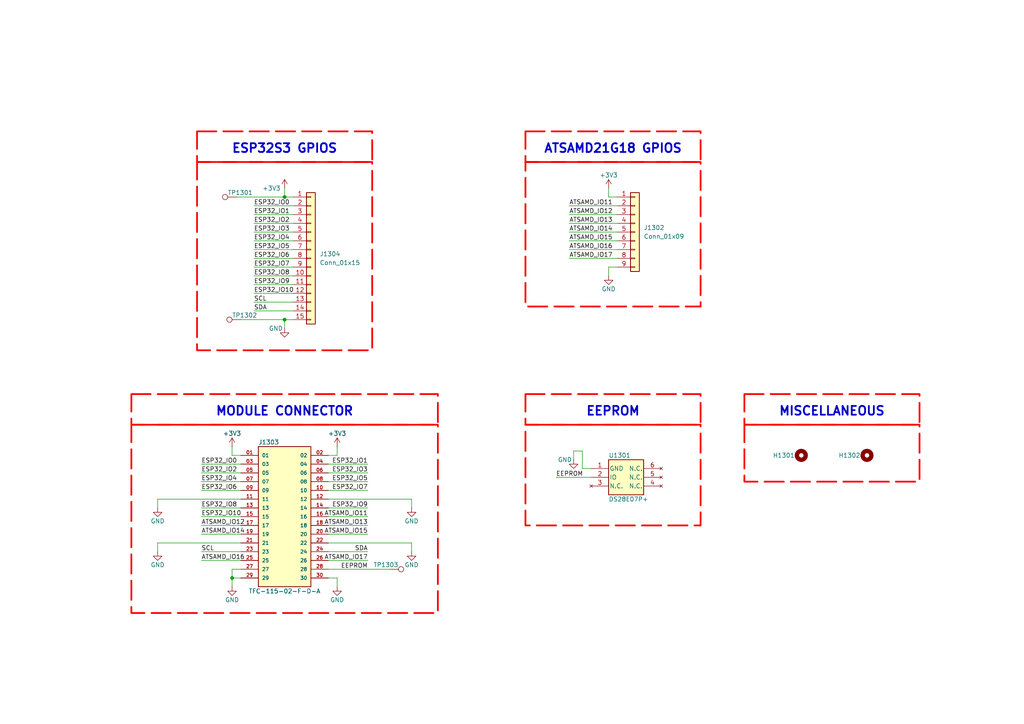
<source format=kicad_sch>
(kicad_sch (version 20231120) (generator "eeschema") (generator_version "8.0")
  (paper "A4")
  (title_block (title "Módulo de Desarrollo") (date "2024-07-18") (rev "Final") (company "MQuero"))
  (lib_symbols
    (symbol "Connector:TestPoint" (pin_numbers hide) (pin_names (offset 0.762) hide)
      (property "Reference" "TP" (at 0 6.858 0))
      (property "Value" "TestPoint" (at 0 5.08 0))
      (symbol "TestPoint_0_1"
        (circle (center 0 3.302) (radius 0.762))
      )
      (symbol "TestPoint_1_1"
        (pin passive line (at 0 0 90) (length 2.54) (name "1") (number "1"))
      )
    )
    (symbol "Connector_Generic:Conn_01x09" (pin_names (offset 1.016) hide)
      (property "Reference" "J" (at 0 12.7 0))
      (property "Value" "Conn_01x09" (at 0 -12.7 0))
      (symbol "Conn_01x09_1_1"
        (rectangle (start -1.27 -10.033) (end 0 -10.287) (stroke (width 0.1524)))
        (rectangle (start -1.27 -7.493) (end 0 -7.747) (stroke (width 0.1524)))
        (rectangle (start -1.27 -4.953) (end 0 -5.207) (stroke (width 0.1524)))
        (rectangle (start -1.27 -2.413) (end 0 -2.667) (stroke (width 0.1524)))
        (rectangle (start -1.27 0.127) (end 0 -0.127) (stroke (width 0.1524)))
        (rectangle (start -1.27 2.667) (end 0 2.413) (stroke (width 0.1524)))
        (rectangle (start -1.27 5.207) (end 0 4.953) (stroke (width 0.1524)))
        (rectangle (start -1.27 7.747) (end 0 7.493) (stroke (width 0.1524)))
        (rectangle (start -1.27 10.287) (end 0 10.033) (stroke (width 0.1524)))
        (rectangle (start -1.27 11.43) (end 1.27 -11.43) (stroke (width 0.254)) (fill (type background)))
        (pin passive line (at -5.08 10.16 0) (length 3.81) (name "Pin_1") (number "1"))
        (pin passive line (at -5.08 7.62 0) (length 3.81) (name "Pin_2") (number "2"))
        (pin passive line (at -5.08 5.08 0) (length 3.81) (name "Pin_3") (number "3"))
        (pin passive line (at -5.08 2.54 0) (length 3.81) (name "Pin_4") (number "4"))
        (pin passive line (at -5.08 0 0) (length 3.81) (name "Pin_5") (number "5"))
        (pin passive line (at -5.08 -2.54 0) (length 3.81) (name "Pin_6") (number "6"))
        (pin passive line (at -5.08 -5.08 0) (length 3.81) (name "Pin_7") (number "7"))
        (pin passive line (at -5.08 -7.62 0) (length 3.81) (name "Pin_8") (number "8"))
        (pin passive line (at -5.08 -10.16 0) (length 3.81) (name "Pin_9") (number "9"))
      )
    )
    (symbol "Connector_Generic:Conn_01x15" (pin_names (offset 1.016) hide)
      (property "Reference" "J" (at 0 20.32 0))
      (property "Value" "Conn_01x15" (at 0 -20.32 0))
      (symbol "Conn_01x15_1_1"
        (rectangle (start -1.27 -17.653) (end 0 -17.907) (stroke (width 0.1524)))
        (rectangle (start -1.27 -15.113) (end 0 -15.367) (stroke (width 0.1524)))
        (rectangle (start -1.27 -12.573) (end 0 -12.827) (stroke (width 0.1524)))
        (rectangle (start -1.27 -10.033) (end 0 -10.287) (stroke (width 0.1524)))
        (rectangle (start -1.27 -7.493) (end 0 -7.747) (stroke (width 0.1524)))
        (rectangle (start -1.27 -4.953) (end 0 -5.207) (stroke (width 0.1524)))
        (rectangle (start -1.27 -2.413) (end 0 -2.667) (stroke (width 0.1524)))
        (rectangle (start -1.27 0.127) (end 0 -0.127) (stroke (width 0.1524)))
        (rectangle (start -1.27 2.667) (end 0 2.413) (stroke (width 0.1524)))
        (rectangle (start -1.27 5.207) (end 0 4.953) (stroke (width 0.1524)))
        (rectangle (start -1.27 7.747) (end 0 7.493) (stroke (width 0.1524)))
        (rectangle (start -1.27 10.287) (end 0 10.033) (stroke (width 0.1524)))
        (rectangle (start -1.27 12.827) (end 0 12.573) (stroke (width 0.1524)))
        (rectangle (start -1.27 15.367) (end 0 15.113) (stroke (width 0.1524)))
        (rectangle (start -1.27 17.907) (end 0 17.653) (stroke (width 0.1524)))
        (rectangle (start -1.27 19.05) (end 1.27 -19.05) (stroke (width 0.254)) (fill (type background)))
        (pin passive line (at -5.08 17.78 0) (length 3.81) (name "Pin_1") (number "1"))
        (pin passive line (at -5.08 -5.08 0) (length 3.81) (name "Pin_10") (number "10"))
        (pin passive line (at -5.08 -7.62 0) (length 3.81) (name "Pin_11") (number "11"))
        (pin passive line (at -5.08 -10.16 0) (length 3.81) (name "Pin_12") (number "12"))
        (pin passive line (at -5.08 -12.7 0) (length 3.81) (name "Pin_13") (number "13"))
        (pin passive line (at -5.08 -15.24 0) (length 3.81) (name "Pin_14") (number "14"))
        (pin passive line (at -5.08 -17.78 0) (length 3.81) (name "Pin_15") (number "15"))
        (pin passive line (at -5.08 15.24 0) (length 3.81) (name "Pin_2") (number "2"))
        (pin passive line (at -5.08 12.7 0) (length 3.81) (name "Pin_3") (number "3"))
        (pin passive line (at -5.08 10.16 0) (length 3.81) (name "Pin_4") (number "4"))
        (pin passive line (at -5.08 7.62 0) (length 3.81) (name "Pin_5") (number "5"))
        (pin passive line (at -5.08 5.08 0) (length 3.81) (name "Pin_6") (number "6"))
        (pin passive line (at -5.08 2.54 0) (length 3.81) (name "Pin_7") (number "7"))
        (pin passive line (at -5.08 0 0) (length 3.81) (name "Pin_8") (number "8"))
        (pin passive line (at -5.08 -2.54 0) (length 3.81) (name "Pin_9") (number "9"))
      )
    )
    (symbol "Mechanical:MountingHole" (pin_names (offset 1.016)) (exclude_from_sim yes) (in_bom no)
      (property "Reference" "H" (at 0 5.08 0))
      (property "Value" "MountingHole" (at 0 3.175 0))
      (symbol "MountingHole_0_1"
        (circle (center 0 0) (radius 1.27) (stroke (width 1.27)))
      )
    )
    (symbol "TFG:DS28E07P+" (pin_names (offset 0.254))
      (property "Reference" "U" (at 0 1.27 0))
      (property "Value" "DS28E07P+" (at 0 -11.43 0))
      (symbol "DS28E07P+_0_1"
        (rectangle (start 0 0) (end 10.16 -10.16) (stroke (width 0.254)) (fill (type background)))
      )
      (symbol "DS28E07P+_1_1"
        (pin unspecified line (at -5.08 -2.54 0) (length 5.08) (name "GND") (number "1"))
        (pin unspecified line (at -5.08 -5.08 0) (length 5.08) (name "IO") (number "2"))
        (pin no_connect line (at -5.08 -7.62 0) (length 5.08) (name "N.C.") (number "3"))
        (pin no_connect line (at 15.24 -7.62 180) (length 5.08) (name "N.C.") (number "4"))
        (pin no_connect line (at 15.24 -5.08 180) (length 5.08) (name "N.C.") (number "5"))
        (pin no_connect line (at 15.24 -2.54 180) (length 5.08) (name "N.C.") (number "6"))
      )
    )
    (symbol "TFG:TFC-115-02-F-D-A" (pin_names (offset 1.016))
      (property "Reference" "J" (at 0 1.27 0))
      (property "Value" "TFC-115-02-F-D-A" (at 0 -41.91 0))
      (symbol "TFC-115-02-F-D-A_0_0"
        (rectangle (start 0 0) (end 15.24 -40.64) (stroke (width 0.254)) (fill (type background)))
        (pin unspecified line (at -5.08 -2.54 0) (length 5.08) (name "01") (number "01"))
        (pin unspecified line (at 20.32 -2.54 180) (length 5.08) (name "02") (number "02"))
        (pin unspecified line (at -5.08 -5.08 0) (length 5.08) (name "03") (number "03"))
        (pin unspecified line (at 20.32 -5.08 180) (length 5.08) (name "04") (number "04"))
        (pin unspecified line (at -5.08 -7.62 0) (length 5.08) (name "05") (number "05"))
        (pin unspecified line (at 20.32 -7.62 180) (length 5.08) (name "06") (number "06"))
        (pin unspecified line (at -5.08 -10.16 0) (length 5.08) (name "07") (number "07"))
        (pin unspecified line (at 20.32 -10.16 180) (length 5.08) (name "08") (number "08"))
        (pin unspecified line (at -5.08 -12.7 0) (length 5.08) (name "09") (number "09"))
        (pin unspecified line (at 20.32 -12.7 180) (length 5.08) (name "10") (number "10"))
        (pin unspecified line (at -5.08 -15.24 0) (length 5.08) (name "11") (number "11"))
        (pin unspecified line (at 20.32 -15.24 180) (length 5.08) (name "12") (number "12"))
        (pin unspecified line (at -5.08 -17.78 0) (length 5.08) (name "13") (number "13"))
        (pin unspecified line (at 20.32 -17.78 180) (length 5.08) (name "14") (number "14"))
        (pin unspecified line (at -5.08 -20.32 0) (length 5.08) (name "15") (number "15"))
        (pin unspecified line (at 20.32 -20.32 180) (length 5.08) (name "16") (number "16"))
        (pin unspecified line (at -5.08 -22.86 0) (length 5.08) (name "17") (number "17"))
        (pin unspecified line (at 20.32 -22.86 180) (length 5.08) (name "18") (number "18"))
        (pin unspecified line (at -5.08 -25.4 0) (length 5.08) (name "19") (number "19"))
        (pin unspecified line (at 20.32 -25.4 180) (length 5.08) (name "20") (number "20"))
        (pin unspecified line (at -5.08 -27.94 0) (length 5.08) (name "21") (number "21"))
        (pin unspecified line (at 20.32 -27.94 180) (length 5.08) (name "22") (number "22"))
        (pin unspecified line (at -5.08 -30.48 0) (length 5.08) (name "23") (number "23"))
        (pin unspecified line (at 20.32 -30.48 180) (length 5.08) (name "24") (number "24"))
        (pin unspecified line (at -5.08 -33.02 0) (length 5.08) (name "25") (number "25"))
        (pin unspecified line (at 20.32 -33.02 180) (length 5.08) (name "26") (number "26"))
        (pin unspecified line (at -5.08 -35.56 0) (length 5.08) (name "27") (number "27"))
        (pin unspecified line (at 20.32 -35.56 180) (length 5.08) (name "28") (number "28"))
        (pin unspecified line (at -5.08 -38.1 0) (length 5.08) (name "29") (number "29"))
        (pin unspecified line (at 20.32 -38.1 180) (length 5.08) (name "30") (number "30"))
      )
    )
    (symbol "power:+3V3" (power) (pin_numbers hide) (pin_names (offset 0) hide)
      (property "Value" "+3V3" (at 0 3.556 0))
      (symbol "+3V3_0_1"
        (polyline (pts (xy -0.762 1.27) (xy 0 2.54)))
        (polyline (pts (xy 0 0) (xy 0 2.54)))
        (polyline (pts (xy 0 2.54) (xy 0.762 1.27)))
      )
      (symbol "+3V3_1_1"
        (pin power_in line (at 0 0 90) (length 0) (name "~") (number "1"))
      )
    )
    (symbol "power:GND" (power) (pin_numbers hide) (pin_names (offset 0) hide)
      (property "Value" "GND" (at 0 -3.81 0))
      (symbol "GND_0_1"
        (polyline (pts (xy 0 0) (xy 0 -1.27) (xy 1.27 -1.27) (xy 0 -2.54) (xy -1.27 -1.27) (xy 0 -1.27)))
      )
      (symbol "GND_1_1"
        (pin power_in line (at 0 0 270) (length 0) (name "~") (number "1"))
      )
    )
  )
  (junction (at 67.31 167.64))
  (junction (at 82.55 92.71))
  (junction (at 82.55 57.15))
  (wire (pts (xy 168.91 130.81) (xy 166.37 130.81)))
  (wire (pts (xy 85.09 62.23) (xy 73.66 62.23)))
  (wire (pts (xy 85.09 67.31) (xy 73.66 67.31)))
  (wire (pts (xy 69.85 139.7) (xy 58.42 139.7)))
  (wire (pts (xy 95.25 162.56) (xy 106.68 162.56)))
  (wire (pts (xy 69.85 157.48) (xy 45.72 157.48)))
  (wire (pts (xy 171.45 135.89) (xy 168.91 135.89)))
  (wire (pts (xy 95.25 144.78) (xy 119.38 144.78)))
  (wire (pts (xy 165.1 62.23) (xy 179.07 62.23)))
  (wire (pts (xy 95.25 160.02) (xy 106.68 160.02)))
  (wire (pts (xy 82.55 92.71) (xy 85.09 92.71)))
  (wire (pts (xy 179.07 59.69) (xy 165.1 59.69)))
  (wire (pts (xy 45.72 144.78) (xy 45.72 147.32)))
  (wire (pts (xy 119.38 144.78) (xy 119.38 147.32)))
  (wire (pts (xy 69.85 142.24) (xy 58.42 142.24)))
  (wire (pts (xy 95.25 147.32) (xy 106.68 147.32)))
  (wire (pts (xy 45.72 157.48) (xy 45.72 160.02)))
  (wire (pts (xy 95.25 134.62) (xy 106.68 134.62)))
  (wire (pts (xy 69.85 154.94) (xy 58.42 154.94)))
  (wire (pts (xy 73.66 90.17) (xy 85.09 90.17)))
  (wire (pts (xy 69.85 152.4) (xy 58.42 152.4)))
  (wire (pts (xy 179.07 57.15) (xy 176.53 57.15)))
  (wire (pts (xy 176.53 54.61) (xy 176.53 57.15)))
  (wire (pts (xy 67.31 167.64) (xy 67.31 165.1)))
  (wire (pts (xy 95.25 137.16) (xy 106.68 137.16)))
  (wire (pts (xy 73.66 85.09) (xy 85.09 85.09)))
  (wire (pts (xy 95.25 152.4) (xy 106.68 152.4)))
  (wire (pts (xy 69.85 134.62) (xy 58.42 134.62)))
  (wire (pts (xy 69.85 137.16) (xy 58.42 137.16)))
  (wire (pts (xy 176.53 77.47) (xy 176.53 80.01)))
  (wire (pts (xy 73.66 72.39) (xy 85.09 72.39)))
  (wire (pts (xy 97.79 132.08) (xy 95.25 132.08)))
  (wire (pts (xy 69.85 92.71) (xy 82.55 92.71)))
  (wire (pts (xy 58.42 160.02) (xy 69.85 160.02)))
  (wire (pts (xy 67.31 132.08) (xy 69.85 132.08)))
  (wire (pts (xy 69.85 147.32) (xy 58.42 147.32)))
  (wire (pts (xy 165.1 67.31) (xy 179.07 67.31)))
  (wire (pts (xy 166.37 130.81) (xy 166.37 133.35)))
  (wire (pts (xy 95.25 157.48) (xy 119.38 157.48)))
  (wire (pts (xy 97.79 129.54) (xy 97.79 132.08)))
  (wire (pts (xy 82.55 92.71) (xy 82.55 95.25)))
  (wire (pts (xy 161.29 138.43) (xy 171.45 138.43)))
  (wire (pts (xy 67.31 167.64) (xy 69.85 167.64)))
  (wire (pts (xy 73.66 77.47) (xy 85.09 77.47)))
  (wire (pts (xy 73.66 87.63) (xy 85.09 87.63)))
  (wire (pts (xy 69.85 149.86) (xy 58.42 149.86)))
  (wire (pts (xy 95.25 139.7) (xy 106.68 139.7)))
  (wire (pts (xy 68.58 57.15) (xy 82.55 57.15)))
  (wire (pts (xy 119.38 157.48) (xy 119.38 160.02)))
  (wire (pts (xy 95.25 154.94) (xy 106.68 154.94)))
  (wire (pts (xy 67.31 129.54) (xy 67.31 132.08)))
  (wire (pts (xy 168.91 135.89) (xy 168.91 130.81)))
  (wire (pts (xy 73.66 74.93) (xy 85.09 74.93)))
  (wire (pts (xy 165.1 64.77) (xy 179.07 64.77)))
  (wire (pts (xy 165.1 72.39) (xy 179.07 72.39)))
  (wire (pts (xy 58.42 162.56) (xy 69.85 162.56)))
  (wire (pts (xy 67.31 167.64) (xy 67.31 170.18)))
  (wire (pts (xy 82.55 54.61) (xy 82.55 57.15)))
  (wire (pts (xy 85.09 64.77) (xy 73.66 64.77)))
  (wire (pts (xy 69.85 144.78) (xy 45.72 144.78)))
  (wire (pts (xy 67.31 165.1) (xy 69.85 165.1)))
  (wire (pts (xy 73.66 69.85) (xy 85.09 69.85)))
  (wire (pts (xy 97.79 167.64) (xy 97.79 170.18)))
  (wire (pts (xy 85.09 57.15) (xy 82.55 57.15)))
  (wire (pts (xy 95.25 149.86) (xy 106.68 149.86)))
  (wire (pts (xy 85.09 59.69) (xy 73.66 59.69)))
  (wire (pts (xy 165.1 69.85) (xy 179.07 69.85)))
  (wire (pts (xy 179.07 77.47) (xy 176.53 77.47)))
  (wire (pts (xy 73.66 82.55) (xy 85.09 82.55)))
  (wire (pts (xy 73.66 80.01) (xy 85.09 80.01)))
  (wire (pts (xy 95.25 142.24) (xy 106.68 142.24)))
  (wire (pts (xy 97.79 167.64) (xy 95.25 167.64)))
  (wire (pts (xy 165.1 74.93) (xy 179.07 74.93)))
  (wire (pts (xy 95.25 165.1) (xy 113.03 165.1)))
  (rectangle (start 152.4 123.19) (end 203.2 152.4) (stroke (width 0.508) (type dash) (color 255 0 0 1)))
  (rectangle (start 57.15 46.99) (end 107.95 101.6) (stroke (width 0.508) (type dash) (color 255 0 0 1)))
  (rectangle (start 152.4 38.1) (end 203.2 46.99) (stroke (width 0.508) (type dash) (color 255 0 0 1)))
  (rectangle (start 38.1 123.19) (end 127 177.8) (stroke (width 0.508) (type dash) (color 255 0 0 1)))
  (rectangle (start 38.1 114.3) (end 127 123.19) (stroke (width 0.508) (type dash) (color 255 0 0 1)))
  (rectangle (start 215.9 123.19) (end 266.7 139.7) (stroke (width 0.508) (type dash) (color 255 0 0 1)))
  (rectangle (start 152.4 114.3) (end 203.2 123.19) (stroke (width 0.508) (type dash) (color 255 0 0 1)))
  (rectangle (start 57.15 38.1) (end 107.95 46.99) (stroke (width 0.508) (type dash) (color 255 0 0 1)))
  (rectangle (start 152.4 46.99) (end 203.2 88.9) (stroke (width 0.508) (type dash) (color 255 0 0 1)))
  (rectangle (start 215.9 114.3) (end 266.7 123.19) (stroke (width 0.508) (type dash) (color 255 0 0 1)))
  (text "ATSAMD21G18 GPIOS" (at 177.8 43.18 0) (effects (font (size 2.54 2.54) (thickness 0.508) (bold yes))))
  (text "EEPROM" (at 177.8 119.38 0) (effects (font (size 2.54 2.54) (thickness 0.508) (bold yes))))
  (text "ESP32S3 GPIOS" (at 82.55 43.18 0) (effects (font (size 2.54 2.54) (thickness 0.508) (bold yes))))
  (text "MODULE CONNECTOR" (at 82.55 119.38 0) (effects (font (size 2.54 2.54) (thickness 0.508) (bold yes))))
  (text "MISCELLANEOUS" (at 241.3 119.38 0) (effects (font (size 2.54 2.54) (thickness 0.508) (bold yes))))
  (label "ESP32_IO8" (at 73.66 80.01 0))
  (label "ATSAMD_IO16" (at 58.42 162.56 0))
  (label "SCL" (at 73.66 87.63 0))
  (label "ESP32_IO9" (at 73.66 82.55 0))
  (label "ATSAMD_IO15" (at 165.1 69.85 0))
  (label "ESP32_IO6" (at 73.66 74.93 0))
  (label "ESP32_IO6" (at 58.42 142.24 0))
  (label "ESP32_IO5" (at 106.68 139.7 180))
  (label "ATSAMD_IO11" (at 165.1 59.69 0))
  (label "ATSAMD_IO14" (at 165.1 67.31 0))
  (label "ESP32_IO0" (at 73.66 59.69 0))
  (label "ESP32_IO0" (at 58.42 134.62 0))
  (label "EEPROM" (at 106.68 165.1 180))
  (label "ATSAMD_IO12" (at 58.42 152.4 0))
  (label "ESP32_IO7" (at 73.66 77.47 0))
  (label "ESP32_IO1" (at 106.68 134.62 180))
  (label "SCL" (at 58.42 160.02 0))
  (label "SDA" (at 106.68 160.02 180))
  (label "ESP32_IO3" (at 106.68 137.16 180))
  (label "ESP32_IO10" (at 58.42 149.86 0))
  (label "ESP32_IO3" (at 73.66 67.31 0))
  (label "ESP32_IO5" (at 73.66 72.39 0))
  (label "ESP32_IO2" (at 73.66 64.77 0))
  (label "ESP32_IO2" (at 58.42 137.16 0))
  (label "ESP32_IO10" (at 73.66 85.09 0))
  (label "ESP32_IO9" (at 106.68 147.32 180))
  (label "ESP32_IO4" (at 58.42 139.7 0))
  (label "ATSAMD_IO13" (at 165.1 64.77 0))
  (label "ATSAMD_IO12" (at 165.1 62.23 0))
  (label "SDA" (at 73.66 90.17 0))
  (label "ESP32_IO1" (at 73.66 62.23 0))
  (label "ATSAMD_IO16" (at 165.1 72.39 0))
  (label "ATSAMD_IO13" (at 106.68 152.4 180))
  (label "ATSAMD_IO14" (at 58.42 154.94 0))
  (label "ATSAMD_IO17" (at 106.68 162.56 180))
  (label "ATSAMD_IO15" (at 106.68 154.94 180))
  (label "ATSAMD_IO17" (at 165.1 74.93 0))
  (label "EEPROM" (at 161.29 138.43 0))
  (label "ESP32_IO4" (at 73.66 69.85 0))
  (label "ESP32_IO8" (at 58.42 147.32 0))
  (label "ATSAMD_IO11" (at 106.68 149.86 180))
  (label "ESP32_IO7" (at 106.68 142.24 180))
  (symbol (lib_id "Connector_Generic:Conn_01x09") (at 184.15 67.31 0) (unit 1)
    (property "Reference" "J1302" (at 186.69 66.0399 0) (effects (justify left)))
    (property "Value" "Conn_01x09" (at 186.69 68.5799 0) (effects (justify left)))
    (property "Footprint" "Connector_PinSocket_2.54mm:PinSocket_1x09_P2.54mm_Vertical" (effects (hide yes)))
    (property "Description" "Generic connector, single row, 01x09, script generated (kicad-library-utils/schlib/autogen/connector/)" (effects (hide yes)))
  )
  (symbol (lib_id "power:GND") (at 82.55 95.25 0) (unit 1)
    (property "Reference" "#PWR01304" (effects (hide yes)))
    (property "Value" "GND" (at 80.01 95.25 0))
    (property "Description" "Power symbol creates a global label with name \"GND\" , ground" (effects (hide yes)))
  )
  (symbol (lib_id "TFG:DS28E07P+") (at 176.53 133.35 0) (unit 1)
    (property "Reference" "U1301" (at 176.53 132.08 0) (effects (justify left)))
    (property "Value" "DS28E07P+" (at 176.53 144.78 0) (effects (justify left)))
    (property "Footprint" "TFG:DS28E07P+" (effects (hide yes)))
    (property "Datasheet" "https://www.analog.com/media/en/technical-documentation/data-sheets/DS28E07.pdf" (effects (hide yes)))
    (property "Description" "IC EEPROM 1KBIT 1-WIRE 6TSOC" (effects (hide yes)))
    (property "MQ PN" "TFGIC003" (effects (hide yes)))
  )
  (symbol (lib_id "power:GND") (at 45.72 160.02 0) (unit 1)
    (property "Reference" "#PWR01310" (effects (hide yes)))
    (property "Value" "GND" (at 45.72 163.83 0))
    (property "Description" "Power symbol creates a global label with name \"GND\" , ground" (effects (hide yes)))
  )
  (symbol (lib_id "power:GND") (at 166.37 133.35 0) (unit 1)
    (property "Reference" "#PWR01307" (effects (hide yes)))
    (property "Value" "GND" (at 163.83 133.35 0))
    (property "Description" "Power symbol creates a global label with name \"GND\" , ground" (effects (hide yes)))
  )
  (symbol (lib_id "power:+3V3") (at 97.79 129.54 0) (mirror y) (unit 1)
    (property "Reference" "#PWR01306" (effects (hide yes)))
    (property "Value" "+3V3" (at 97.79 125.73 0))
    (property "Description" "Power symbol creates a global label with name \"+3V3\"" (effects (hide yes)))
  )
  (symbol (lib_id "Mechanical:MountingHole") (at 251.46 132.08 0) (unit 1) (exclude_from_sim yes) (in_bom no)
    (property "Reference" "H1302" (at 246.38 132.08 0))
    (property "Value" "MountingHole" (effects (hide yes)))
    (property "Footprint" "MountingHole:MountingHole_2.2mm_M2" (effects (hide yes)))
    (property "Description" "Mounting Hole without connection" (effects (hide yes)))
  )
  (symbol (lib_id "Mechanical:MountingHole") (at 232.41 132.08 0) (unit 1) (exclude_from_sim yes) (in_bom no)
    (property "Reference" "H1301" (at 227.33 132.08 0))
    (property "Value" "MountingHole" (effects (hide yes)))
    (property "Footprint" "MountingHole:MountingHole_2.2mm_M2" (effects (hide yes)))
    (property "Description" "Mounting Hole without connection" (effects (hide yes)))
  )
  (symbol (lib_id "Connector:TestPoint") (at 113.03 165.1 270) (mirror x) (unit 1)
    (property "Reference" "TP1303" (at 115.57 163.83 90) (effects (justify right)))
    (property "Value" "TestPoint" (effects (hide yes)))
    (property "Footprint" "TestPoint:TestPoint_Pad_D1.0mm" (effects (hide yes)))
    (property "Description" "test point" (effects (hide yes)))
  )
  (symbol (lib_id "power:GND") (at 45.72 147.32 0) (unit 1)
    (property "Reference" "#PWR01308" (effects (hide yes)))
    (property "Value" "GND" (at 45.72 151.13 0))
    (property "Description" "Power symbol creates a global label with name \"GND\" , ground" (effects (hide yes)))
  )
  (symbol (lib_id "power:GND") (at 119.38 160.02 0) (mirror y) (unit 1)
    (property "Reference" "#PWR01311" (effects (hide yes)))
    (property "Value" "GND" (at 119.38 163.83 0))
    (property "Description" "Power symbol creates a global label with name \"GND\" , ground" (effects (hide yes)))
  )
  (symbol (lib_id "Connector:TestPoint") (at 69.85 92.71 90) (unit 1)
    (property "Reference" "TP1302" (at 67.31 91.44 90) (effects (justify right)))
    (property "Value" "TestPoint" (effects (hide yes)))
    (property "Footprint" "TestPoint:TestPoint_Pad_D1.0mm" (effects (hide yes)))
    (property "Description" "test point" (effects (hide yes)))
  )
  (symbol (lib_id "power:+3V3") (at 82.55 54.61 0) (unit 1)
    (property "Reference" "#PWR01301" (effects (hide yes)))
    (property "Value" "+3V3" (at 78.74 54.61 0))
    (property "Description" "Power symbol creates a global label with name \"+3V3\"" (effects (hide yes)))
  )
  (symbol (lib_id "TFG:TFC-115-02-F-D-A") (at 74.93 129.54 0) (unit 1)
    (property "Reference" "J1303" (at 74.93 128.27 0) (effects (justify left)))
    (property "Value" "TFC-115-02-F-D-A" (at 82.55 171.45 0))
    (property "Footprint" "TFG:TFC-115-02-F-D-A" (effects (hide yes)))
    (property "Datasheet" "https://suddendocs.samtec.com/catalog_english/tfc.pdf" (effects (hide yes)))
    (property "Description" "CONN HEADER SMD 30POS 1.27MM" (effects (hide yes)))
    (property "MQ PN" "TFGJ005 " (effects (hide yes)))
  )
  (symbol (lib_id "Connector_Generic:Conn_01x15") (at 90.17 74.93 0) (unit 1)
    (property "Reference" "J1304" (at 92.71 73.6599 0) (effects (justify left)))
    (property "Value" "Conn_01x15" (at 92.71 76.1999 0) (effects (justify left)))
    (property "Footprint" "Connector_PinSocket_2.54mm:PinSocket_1x15_P2.54mm_Vertical" (effects (hide yes)))
    (property "Description" "Generic connector, single row, 01x15, script generated (kicad-library-utils/schlib/autogen/connector/)" (effects (hide yes)))
  )
  (symbol (lib_id "power:GND") (at 119.38 147.32 0) (mirror y) (unit 1)
    (property "Reference" "#PWR01309" (effects (hide yes)))
    (property "Value" "GND" (at 119.38 151.13 0))
    (property "Description" "Power symbol creates a global label with name \"GND\" , ground" (effects (hide yes)))
  )
  (symbol (lib_id "power:+3V3") (at 176.53 54.61 0) (unit 1)
    (property "Reference" "#PWR01302" (effects (hide yes)))
    (property "Value" "+3V3" (at 176.53 50.8 0))
    (property "Description" "Power symbol creates a global label with name \"+3V3\"" (effects (hide yes)))
  )
  (symbol (lib_id "Connector:TestPoint") (at 68.58 57.15 90) (unit 1)
    (property "Reference" "TP1301" (at 66.04 55.88 90) (effects (justify right)))
    (property "Value" "TestPoint" (effects (hide yes)))
    (property "Footprint" "TestPoint:TestPoint_Pad_D1.0mm" (effects (hide yes)))
    (property "Description" "test point" (effects (hide yes)))
  )
  (symbol (lib_id "power:+3V3") (at 67.31 129.54 0) (unit 1)
    (property "Reference" "#PWR01305" (effects (hide yes)))
    (property "Value" "+3V3" (at 67.31 125.73 0))
    (property "Description" "Power symbol creates a global label with name \"+3V3\"" (effects (hide yes)))
  )
  (symbol (lib_id "power:GND") (at 67.31 170.18 0) (unit 1)
    (property "Reference" "#PWR01312" (effects (hide yes)))
    (property "Value" "GND" (at 67.31 173.99 0))
    (property "Description" "Power symbol creates a global label with name \"GND\" , ground" (effects (hide yes)))
  )
  (symbol (lib_id "power:GND") (at 176.53 80.01 0) (unit 1)
    (property "Reference" "#PWR01303" (effects (hide yes)))
    (property "Value" "GND" (at 176.53 83.82 0))
    (property "Description" "Power symbol creates a global label with name \"GND\" , ground" (effects (hide yes)))
  )
  (symbol (lib_id "power:GND") (at 97.79 170.18 0) (mirror y) (unit 1)
    (property "Reference" "#PWR01313" (effects (hide yes)))
    (property "Value" "GND" (at 97.79 173.99 0))
    (property "Description" "Power symbol creates a global label with name \"GND\" , ground" (effects (hide yes)))
  )
)
</source>
